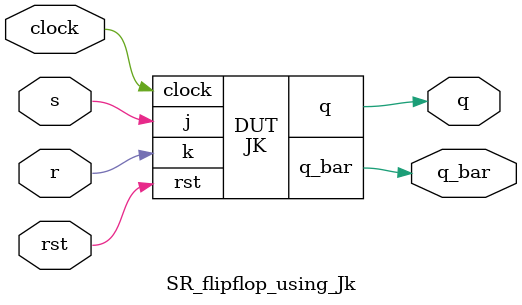
<source format=v>
`timescale 1ns / 1ps
module JK(
input clock,rst,j,k,
output reg  q,q_bar
);
always@(posedge clock)
begin
if(rst)
begin
    q<=0;
    q_bar<=1;
end
else
begin
    case({j,k})
        2'b00:begin //no change
                q<=q;
                q_bar<=q_bar;
              end
         2'b01:begin  //reset
                q<=0;
                q_bar<=1;
              end
          2'b10:begin  //set
                q<=1;
                q_bar<=0;
              end
           2'b11:begin  //toggle
                q<=~q;
                q_bar<=~q_bar;
              end
       endcase
    end
 end
              

endmodule


module SR_flipflop_using_Jk(
input clock,rst,s,r,
output q,q_bar
 );
 JK DUT(.clock(clock),.rst(rst),.j(s),.k(r),.q(q),.q_bar(q_bar));
endmodule

</source>
